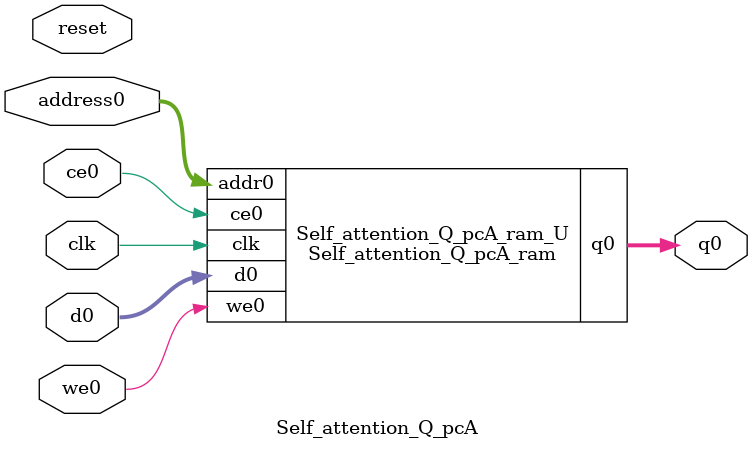
<source format=v>
`timescale 1 ns / 1 ps
module Self_attention_Q_pcA_ram (addr0, ce0, d0, we0, q0,  clk);

parameter DWIDTH = 32;
parameter AWIDTH = 8;
parameter MEM_SIZE = 192;

input[AWIDTH-1:0] addr0;
input ce0;
input[DWIDTH-1:0] d0;
input we0;
output reg[DWIDTH-1:0] q0;
input clk;

(* ram_style = "block" *)reg [DWIDTH-1:0] ram[0:MEM_SIZE-1];




always @(posedge clk)  
begin 
    if (ce0) begin
        if (we0) 
            ram[addr0] <= d0; 
        q0 <= ram[addr0];
    end
end


endmodule

`timescale 1 ns / 1 ps
module Self_attention_Q_pcA(
    reset,
    clk,
    address0,
    ce0,
    we0,
    d0,
    q0);

parameter DataWidth = 32'd32;
parameter AddressRange = 32'd192;
parameter AddressWidth = 32'd8;
input reset;
input clk;
input[AddressWidth - 1:0] address0;
input ce0;
input we0;
input[DataWidth - 1:0] d0;
output[DataWidth - 1:0] q0;



Self_attention_Q_pcA_ram Self_attention_Q_pcA_ram_U(
    .clk( clk ),
    .addr0( address0 ),
    .ce0( ce0 ),
    .we0( we0 ),
    .d0( d0 ),
    .q0( q0 ));

endmodule


</source>
